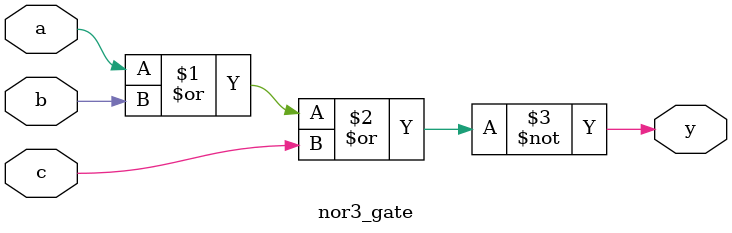
<source format=sv>
module and2_gate (
    input wire a,
    input wire b,
    output wire y
);
    assign y = a & b;
endmodule

module and3_gate (
    input wire a,
    input wire b,
    input wire c,
    output wire y
);
    assign y = a & b & c;
endmodule


module not_gate (
    input wire a,
    output wire y
);
    assign y = ~a;
endmodule

module nor2_gate (
    input wire a,
    input wire b,
    output wire y
);
    assign y = ~(a | b);
endmodule

module nor3_gate (
    input wire a,
    input wire b,
    input wire c,
    output wire y
);
    assign y = ~(a | b | c);
endmodule
</source>
